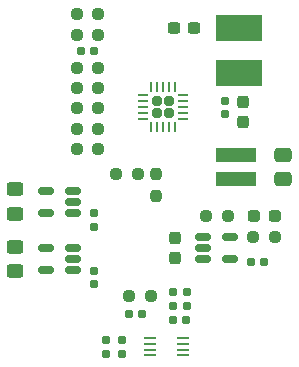
<source format=gbr>
%TF.GenerationSoftware,KiCad,Pcbnew,(6.0.4)*%
%TF.CreationDate,2023-05-25T13:34:33-04:00*%
%TF.ProjectId,PWR,5057522e-6b69-4636-9164-5f7063625858,rev?*%
%TF.SameCoordinates,Original*%
%TF.FileFunction,Paste,Top*%
%TF.FilePolarity,Positive*%
%FSLAX46Y46*%
G04 Gerber Fmt 4.6, Leading zero omitted, Abs format (unit mm)*
G04 Created by KiCad (PCBNEW (6.0.4)) date 2023-05-25 13:34:33*
%MOMM*%
%LPD*%
G01*
G04 APERTURE LIST*
G04 Aperture macros list*
%AMRoundRect*
0 Rectangle with rounded corners*
0 $1 Rounding radius*
0 $2 $3 $4 $5 $6 $7 $8 $9 X,Y pos of 4 corners*
0 Add a 4 corners polygon primitive as box body*
4,1,4,$2,$3,$4,$5,$6,$7,$8,$9,$2,$3,0*
0 Add four circle primitives for the rounded corners*
1,1,$1+$1,$2,$3*
1,1,$1+$1,$4,$5*
1,1,$1+$1,$6,$7*
1,1,$1+$1,$8,$9*
0 Add four rect primitives between the rounded corners*
20,1,$1+$1,$2,$3,$4,$5,0*
20,1,$1+$1,$4,$5,$6,$7,0*
20,1,$1+$1,$6,$7,$8,$9,0*
20,1,$1+$1,$8,$9,$2,$3,0*%
G04 Aperture macros list end*
%ADD10RoundRect,0.155000X-0.212500X-0.155000X0.212500X-0.155000X0.212500X0.155000X-0.212500X0.155000X0*%
%ADD11RoundRect,0.160000X0.160000X-0.197500X0.160000X0.197500X-0.160000X0.197500X-0.160000X-0.197500X0*%
%ADD12RoundRect,0.237500X0.250000X0.237500X-0.250000X0.237500X-0.250000X-0.237500X0.250000X-0.237500X0*%
%ADD13RoundRect,0.237500X0.237500X-0.300000X0.237500X0.300000X-0.237500X0.300000X-0.237500X-0.300000X0*%
%ADD14RoundRect,0.150000X0.512500X0.150000X-0.512500X0.150000X-0.512500X-0.150000X0.512500X-0.150000X0*%
%ADD15RoundRect,0.237500X-0.250000X-0.237500X0.250000X-0.237500X0.250000X0.237500X-0.250000X0.237500X0*%
%ADD16R,3.900000X2.200000*%
%ADD17RoundRect,0.237500X0.237500X-0.250000X0.237500X0.250000X-0.237500X0.250000X-0.237500X-0.250000X0*%
%ADD18RoundRect,0.155000X-0.155000X0.212500X-0.155000X-0.212500X0.155000X-0.212500X0.155000X0.212500X0*%
%ADD19RoundRect,0.202500X-0.202500X0.202500X-0.202500X-0.202500X0.202500X-0.202500X0.202500X0.202500X0*%
%ADD20RoundRect,0.062500X-0.062500X0.375000X-0.062500X-0.375000X0.062500X-0.375000X0.062500X0.375000X0*%
%ADD21RoundRect,0.062500X-0.375000X0.062500X-0.375000X-0.062500X0.375000X-0.062500X0.375000X0.062500X0*%
%ADD22RoundRect,0.237500X-0.237500X0.300000X-0.237500X-0.300000X0.237500X-0.300000X0.237500X0.300000X0*%
%ADD23RoundRect,0.160000X-0.197500X-0.160000X0.197500X-0.160000X0.197500X0.160000X-0.197500X0.160000X0*%
%ADD24RoundRect,0.250000X0.450000X-0.325000X0.450000X0.325000X-0.450000X0.325000X-0.450000X-0.325000X0*%
%ADD25R,3.400000X1.300000*%
%ADD26RoundRect,0.150000X-0.512500X-0.150000X0.512500X-0.150000X0.512500X0.150000X-0.512500X0.150000X0*%
%ADD27RoundRect,0.237500X-0.287500X-0.237500X0.287500X-0.237500X0.287500X0.237500X-0.287500X0.237500X0*%
%ADD28RoundRect,0.250000X0.475000X-0.337500X0.475000X0.337500X-0.475000X0.337500X-0.475000X-0.337500X0*%
%ADD29R,1.120000X0.270000*%
%ADD30RoundRect,0.155000X0.212500X0.155000X-0.212500X0.155000X-0.212500X-0.155000X0.212500X-0.155000X0*%
%ADD31RoundRect,0.237500X0.300000X0.237500X-0.300000X0.237500X-0.300000X-0.237500X0.300000X-0.237500X0*%
G04 APERTURE END LIST*
D10*
%TO.C,C5*%
X146102500Y-107950000D03*
X147237500Y-107950000D03*
%TD*%
D11*
%TO.C,R3*%
X144172510Y-111337494D03*
X144172510Y-110142494D03*
%TD*%
D12*
%TO.C,R15*%
X158442500Y-101440000D03*
X156617500Y-101440000D03*
%TD*%
D13*
%TO.C,C4*%
X150030000Y-103252500D03*
X150030000Y-101527500D03*
%TD*%
D14*
%TO.C,U1*%
X141367500Y-99402500D03*
X141367500Y-98452500D03*
X141367500Y-97502500D03*
X139092500Y-97502500D03*
X139092500Y-99402500D03*
%TD*%
D10*
%TO.C,C13*%
X156392500Y-103590000D03*
X157527500Y-103590000D03*
%TD*%
D15*
%TO.C,R13*%
X141683220Y-82594280D03*
X143508220Y-82594280D03*
%TD*%
D12*
%TO.C,R16*%
X154442500Y-99630000D03*
X152617500Y-99630000D03*
%TD*%
D10*
%TO.C,C1*%
X149802500Y-108450000D03*
X150937500Y-108450000D03*
%TD*%
D15*
%TO.C,R12*%
X141683220Y-84294280D03*
X143508220Y-84294280D03*
%TD*%
D16*
%TO.C,L2*%
X155420000Y-83740000D03*
X155420000Y-87540000D03*
%TD*%
D17*
%TO.C,R11*%
X148420000Y-97952500D03*
X148420000Y-96127500D03*
%TD*%
D15*
%TO.C,R5*%
X146097500Y-106400000D03*
X147922500Y-106400000D03*
%TD*%
D18*
%TO.C,C11*%
X143130000Y-104322500D03*
X143130000Y-105457500D03*
%TD*%
D19*
%TO.C,U2*%
X148495720Y-90944280D03*
X149495720Y-89944280D03*
X148495720Y-89944280D03*
X149495720Y-90944280D03*
D20*
X149995720Y-88756780D03*
X149495720Y-88756780D03*
X148995720Y-88756780D03*
X148495720Y-88756780D03*
X147995720Y-88756780D03*
D21*
X147308220Y-89444280D03*
X147308220Y-89944280D03*
X147308220Y-90444280D03*
X147308220Y-90944280D03*
X147308220Y-91444280D03*
D20*
X147995720Y-92131780D03*
X148495720Y-92131780D03*
X148995720Y-92131780D03*
X149495720Y-92131780D03*
X149995720Y-92131780D03*
D21*
X150683220Y-91444280D03*
X150683220Y-90944280D03*
X150683220Y-90444280D03*
X150683220Y-89944280D03*
X150683220Y-89444280D03*
%TD*%
D22*
%TO.C,C3*%
X155755720Y-89981780D03*
X155755720Y-91706780D03*
%TD*%
D15*
%TO.C,R10*%
X141683220Y-92254280D03*
X143508220Y-92254280D03*
%TD*%
D23*
%TO.C,R1*%
X149792500Y-106120000D03*
X150987500Y-106120000D03*
%TD*%
D24*
%TO.C,C10*%
X136480000Y-99455000D03*
X136480000Y-97405000D03*
%TD*%
D15*
%TO.C,R14*%
X141683220Y-93954280D03*
X143508220Y-93954280D03*
%TD*%
D25*
%TO.C,L1*%
X155170000Y-94464280D03*
X155170000Y-96564280D03*
%TD*%
D18*
%TO.C,C2*%
X154245720Y-89926780D03*
X154245720Y-91061780D03*
%TD*%
D26*
%TO.C,U4*%
X152392500Y-101440000D03*
X152392500Y-102390000D03*
X152392500Y-103340000D03*
X154667500Y-103340000D03*
X154667500Y-101440000D03*
%TD*%
D27*
%TO.C,D1*%
X156700000Y-99660000D03*
X158450000Y-99660000D03*
%TD*%
D15*
%TO.C,R9*%
X141683220Y-88854280D03*
X143508220Y-88854280D03*
%TD*%
D18*
%TO.C,C9*%
X143110000Y-99432500D03*
X143110000Y-100567500D03*
%TD*%
D28*
%TO.C,C6*%
X159145720Y-96551780D03*
X159145720Y-94476780D03*
%TD*%
D24*
%TO.C,C12*%
X136480000Y-104305000D03*
X136480000Y-102255000D03*
%TD*%
D23*
%TO.C,R2*%
X149792500Y-107290000D03*
X150987500Y-107290000D03*
%TD*%
D11*
%TO.C,R4*%
X145502500Y-111347500D03*
X145502500Y-110152500D03*
%TD*%
D29*
%TO.C,IC1*%
X147847500Y-109970000D03*
X147847500Y-110470000D03*
X147847500Y-110970000D03*
X147847500Y-111470000D03*
X150657500Y-111470000D03*
X150657500Y-110970000D03*
X150657500Y-110470000D03*
X150657500Y-109970000D03*
%TD*%
D15*
%TO.C,R6*%
X141683220Y-87154280D03*
X143508220Y-87154280D03*
%TD*%
D30*
%TO.C,C8*%
X143163220Y-85724280D03*
X142028220Y-85724280D03*
%TD*%
D31*
%TO.C,C7*%
X151632500Y-83720000D03*
X149907500Y-83720000D03*
%TD*%
D15*
%TO.C,R7*%
X141683220Y-90554280D03*
X143508220Y-90554280D03*
%TD*%
D14*
%TO.C,U3*%
X141367500Y-104252500D03*
X141367500Y-103302500D03*
X141367500Y-102352500D03*
X139092500Y-102352500D03*
X139092500Y-104252500D03*
%TD*%
D12*
%TO.C,R8*%
X146852500Y-96110000D03*
X145027500Y-96110000D03*
%TD*%
M02*

</source>
